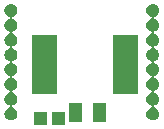
<source format=gbr>
G04 #@! TF.GenerationSoftware,KiCad,Pcbnew,(5.0.0)*
G04 #@! TF.CreationDate,2019-03-20T16:31:39+03:00*
G04 #@! TF.ProjectId,564__1__DG409L,3536341A1F31125F44473430394C2E6B,rev?*
G04 #@! TF.SameCoordinates,Original*
G04 #@! TF.FileFunction,Soldermask,Top*
G04 #@! TF.FilePolarity,Negative*
%FSLAX46Y46*%
G04 Gerber Fmt 4.6, Leading zero omitted, Abs format (unit mm)*
G04 Created by KiCad (PCBNEW (5.0.0)) date 03/20/19 16:31:39*
%MOMM*%
%LPD*%
G01*
G04 APERTURE LIST*
%ADD10C,0.100000*%
G04 APERTURE END LIST*
D10*
G36*
X140050000Y-99050000D02*
X138950000Y-99050000D01*
X138950000Y-97950000D01*
X140050000Y-97950000D01*
X140050000Y-99050000D01*
X140050000Y-99050000D01*
G37*
G36*
X141550000Y-99050000D02*
X140450000Y-99050000D01*
X140450000Y-97950000D01*
X141550000Y-97950000D01*
X141550000Y-99050000D01*
X141550000Y-99050000D01*
G37*
G36*
X145050000Y-98800000D02*
X143950000Y-98800000D01*
X143950000Y-97200000D01*
X145050000Y-97200000D01*
X145050000Y-98800000D01*
X145050000Y-98800000D01*
G37*
G36*
X143050000Y-98800000D02*
X141950000Y-98800000D01*
X141950000Y-97200000D01*
X143050000Y-97200000D01*
X143050000Y-98800000D01*
X143050000Y-98800000D01*
G37*
G36*
X137160429Y-88781137D02*
X137260523Y-88822598D01*
X137350604Y-88882788D01*
X137427213Y-88959397D01*
X137487403Y-89049478D01*
X137528864Y-89149572D01*
X137550000Y-89255831D01*
X137550000Y-89364171D01*
X137528864Y-89470430D01*
X137487403Y-89570524D01*
X137427213Y-89660605D01*
X137350604Y-89737214D01*
X137260523Y-89797404D01*
X137160429Y-89838865D01*
X137160427Y-89838865D01*
X137151380Y-89842613D01*
X137134091Y-89851854D01*
X137118938Y-89864291D01*
X137106502Y-89879445D01*
X137097261Y-89896733D01*
X137091570Y-89915493D01*
X137089649Y-89935002D01*
X137091571Y-89954511D01*
X137097261Y-89973270D01*
X137106502Y-89990559D01*
X137118939Y-90005712D01*
X137134093Y-90018148D01*
X137151380Y-90027389D01*
X137160427Y-90031137D01*
X137160429Y-90031137D01*
X137260523Y-90072598D01*
X137350604Y-90132788D01*
X137427213Y-90209397D01*
X137487403Y-90299478D01*
X137528864Y-90399572D01*
X137550000Y-90505831D01*
X137550000Y-90614171D01*
X137528864Y-90720430D01*
X137487403Y-90820524D01*
X137427213Y-90910605D01*
X137350604Y-90987214D01*
X137260523Y-91047404D01*
X137160429Y-91088865D01*
X137160427Y-91088865D01*
X137151380Y-91092613D01*
X137134091Y-91101854D01*
X137118938Y-91114291D01*
X137106502Y-91129445D01*
X137097261Y-91146733D01*
X137091570Y-91165493D01*
X137089649Y-91185002D01*
X137091571Y-91204511D01*
X137097261Y-91223270D01*
X137106502Y-91240559D01*
X137118939Y-91255712D01*
X137134093Y-91268148D01*
X137151380Y-91277389D01*
X137160427Y-91281137D01*
X137160429Y-91281137D01*
X137260523Y-91322598D01*
X137350604Y-91382788D01*
X137427213Y-91459397D01*
X137487403Y-91549478D01*
X137528864Y-91649572D01*
X137550000Y-91755831D01*
X137550000Y-91864171D01*
X137528864Y-91970430D01*
X137487403Y-92070524D01*
X137427213Y-92160605D01*
X137350604Y-92237214D01*
X137260523Y-92297404D01*
X137160429Y-92338865D01*
X137160427Y-92338865D01*
X137151380Y-92342613D01*
X137134091Y-92351854D01*
X137118938Y-92364291D01*
X137106502Y-92379445D01*
X137097261Y-92396733D01*
X137091570Y-92415493D01*
X137089649Y-92435002D01*
X137091571Y-92454511D01*
X137097261Y-92473270D01*
X137106502Y-92490559D01*
X137118939Y-92505712D01*
X137134093Y-92518148D01*
X137151380Y-92527389D01*
X137160427Y-92531137D01*
X137160429Y-92531137D01*
X137260523Y-92572598D01*
X137350604Y-92632788D01*
X137427213Y-92709397D01*
X137487403Y-92799478D01*
X137528864Y-92899572D01*
X137550000Y-93005831D01*
X137550000Y-93114171D01*
X137528864Y-93220430D01*
X137487403Y-93320524D01*
X137427213Y-93410605D01*
X137350604Y-93487214D01*
X137260523Y-93547404D01*
X137160429Y-93588865D01*
X137160427Y-93588865D01*
X137151380Y-93592613D01*
X137134091Y-93601854D01*
X137118938Y-93614291D01*
X137106502Y-93629445D01*
X137097261Y-93646733D01*
X137091570Y-93665493D01*
X137089649Y-93685002D01*
X137091571Y-93704511D01*
X137097261Y-93723270D01*
X137106502Y-93740559D01*
X137118939Y-93755712D01*
X137134093Y-93768148D01*
X137151380Y-93777389D01*
X137160427Y-93781137D01*
X137160429Y-93781137D01*
X137260523Y-93822598D01*
X137350604Y-93882788D01*
X137427213Y-93959397D01*
X137487403Y-94049478D01*
X137528864Y-94149572D01*
X137550000Y-94255831D01*
X137550000Y-94364171D01*
X137528864Y-94470430D01*
X137487403Y-94570524D01*
X137427213Y-94660605D01*
X137350604Y-94737214D01*
X137260523Y-94797404D01*
X137160429Y-94838865D01*
X137160427Y-94838865D01*
X137151380Y-94842613D01*
X137134091Y-94851854D01*
X137118938Y-94864291D01*
X137106502Y-94879445D01*
X137097261Y-94896733D01*
X137091570Y-94915493D01*
X137089649Y-94935002D01*
X137091571Y-94954511D01*
X137097261Y-94973270D01*
X137106502Y-94990559D01*
X137118939Y-95005712D01*
X137134093Y-95018148D01*
X137151380Y-95027389D01*
X137160427Y-95031137D01*
X137160429Y-95031137D01*
X137260523Y-95072598D01*
X137350604Y-95132788D01*
X137427213Y-95209397D01*
X137487403Y-95299478D01*
X137528864Y-95399572D01*
X137550000Y-95505831D01*
X137550000Y-95614171D01*
X137528864Y-95720430D01*
X137487403Y-95820524D01*
X137427213Y-95910605D01*
X137350604Y-95987214D01*
X137260523Y-96047404D01*
X137160429Y-96088865D01*
X137160427Y-96088865D01*
X137151380Y-96092613D01*
X137134091Y-96101854D01*
X137118938Y-96114291D01*
X137106502Y-96129445D01*
X137097261Y-96146733D01*
X137091570Y-96165493D01*
X137089649Y-96185002D01*
X137091571Y-96204511D01*
X137097261Y-96223270D01*
X137106502Y-96240559D01*
X137118939Y-96255712D01*
X137134093Y-96268148D01*
X137151380Y-96277389D01*
X137160427Y-96281137D01*
X137160429Y-96281137D01*
X137260523Y-96322598D01*
X137350604Y-96382788D01*
X137427213Y-96459397D01*
X137487403Y-96549478D01*
X137528864Y-96649572D01*
X137550000Y-96755831D01*
X137550000Y-96864171D01*
X137528864Y-96970430D01*
X137487403Y-97070524D01*
X137427213Y-97160605D01*
X137350604Y-97237214D01*
X137260523Y-97297404D01*
X137160429Y-97338865D01*
X137160427Y-97338865D01*
X137151380Y-97342613D01*
X137134091Y-97351854D01*
X137118938Y-97364291D01*
X137106502Y-97379445D01*
X137097261Y-97396733D01*
X137091570Y-97415493D01*
X137089649Y-97435002D01*
X137091571Y-97454511D01*
X137097261Y-97473270D01*
X137106502Y-97490559D01*
X137118939Y-97505712D01*
X137134093Y-97518148D01*
X137151380Y-97527389D01*
X137160427Y-97531137D01*
X137160429Y-97531137D01*
X137260523Y-97572598D01*
X137350604Y-97632788D01*
X137427213Y-97709397D01*
X137487403Y-97799478D01*
X137528864Y-97899572D01*
X137550000Y-98005831D01*
X137550000Y-98114171D01*
X137528864Y-98220430D01*
X137487403Y-98320524D01*
X137427213Y-98410605D01*
X137350604Y-98487214D01*
X137260523Y-98547404D01*
X137160429Y-98588865D01*
X137054170Y-98610001D01*
X136945830Y-98610001D01*
X136839571Y-98588865D01*
X136739477Y-98547404D01*
X136649396Y-98487214D01*
X136572787Y-98410605D01*
X136512597Y-98320524D01*
X136471136Y-98220430D01*
X136450000Y-98114171D01*
X136450000Y-98005831D01*
X136471136Y-97899572D01*
X136512597Y-97799478D01*
X136572787Y-97709397D01*
X136649396Y-97632788D01*
X136739477Y-97572598D01*
X136839571Y-97531137D01*
X136839573Y-97531137D01*
X136848620Y-97527389D01*
X136865909Y-97518148D01*
X136881062Y-97505711D01*
X136893498Y-97490557D01*
X136902739Y-97473269D01*
X136908430Y-97454509D01*
X136910351Y-97435000D01*
X136908429Y-97415491D01*
X136902739Y-97396732D01*
X136893498Y-97379443D01*
X136881061Y-97364290D01*
X136865907Y-97351854D01*
X136848620Y-97342613D01*
X136839573Y-97338865D01*
X136839571Y-97338865D01*
X136739477Y-97297404D01*
X136649396Y-97237214D01*
X136572787Y-97160605D01*
X136512597Y-97070524D01*
X136471136Y-96970430D01*
X136450000Y-96864171D01*
X136450000Y-96755831D01*
X136471136Y-96649572D01*
X136512597Y-96549478D01*
X136572787Y-96459397D01*
X136649396Y-96382788D01*
X136739477Y-96322598D01*
X136839571Y-96281137D01*
X136839573Y-96281137D01*
X136848620Y-96277389D01*
X136865909Y-96268148D01*
X136881062Y-96255711D01*
X136893498Y-96240557D01*
X136902739Y-96223269D01*
X136908430Y-96204509D01*
X136910351Y-96185000D01*
X136908429Y-96165491D01*
X136902739Y-96146732D01*
X136893498Y-96129443D01*
X136881061Y-96114290D01*
X136865907Y-96101854D01*
X136848620Y-96092613D01*
X136839573Y-96088865D01*
X136839571Y-96088865D01*
X136739477Y-96047404D01*
X136649396Y-95987214D01*
X136572787Y-95910605D01*
X136512597Y-95820524D01*
X136471136Y-95720430D01*
X136450000Y-95614171D01*
X136450000Y-95505831D01*
X136471136Y-95399572D01*
X136512597Y-95299478D01*
X136572787Y-95209397D01*
X136649396Y-95132788D01*
X136739477Y-95072598D01*
X136839571Y-95031137D01*
X136839573Y-95031137D01*
X136848620Y-95027389D01*
X136865909Y-95018148D01*
X136881062Y-95005711D01*
X136893498Y-94990557D01*
X136902739Y-94973269D01*
X136908430Y-94954509D01*
X136910351Y-94935000D01*
X136908429Y-94915491D01*
X136902739Y-94896732D01*
X136893498Y-94879443D01*
X136881061Y-94864290D01*
X136865907Y-94851854D01*
X136848620Y-94842613D01*
X136839573Y-94838865D01*
X136839571Y-94838865D01*
X136739477Y-94797404D01*
X136649396Y-94737214D01*
X136572787Y-94660605D01*
X136512597Y-94570524D01*
X136471136Y-94470430D01*
X136450000Y-94364171D01*
X136450000Y-94255831D01*
X136471136Y-94149572D01*
X136512597Y-94049478D01*
X136572787Y-93959397D01*
X136649396Y-93882788D01*
X136739477Y-93822598D01*
X136839571Y-93781137D01*
X136839573Y-93781137D01*
X136848620Y-93777389D01*
X136865909Y-93768148D01*
X136881062Y-93755711D01*
X136893498Y-93740557D01*
X136902739Y-93723269D01*
X136908430Y-93704509D01*
X136910351Y-93685000D01*
X136908429Y-93665491D01*
X136902739Y-93646732D01*
X136893498Y-93629443D01*
X136881061Y-93614290D01*
X136865907Y-93601854D01*
X136848620Y-93592613D01*
X136839573Y-93588865D01*
X136839571Y-93588865D01*
X136739477Y-93547404D01*
X136649396Y-93487214D01*
X136572787Y-93410605D01*
X136512597Y-93320524D01*
X136471136Y-93220430D01*
X136450000Y-93114171D01*
X136450000Y-93005831D01*
X136471136Y-92899572D01*
X136512597Y-92799478D01*
X136572787Y-92709397D01*
X136649396Y-92632788D01*
X136739477Y-92572598D01*
X136839571Y-92531137D01*
X136839573Y-92531137D01*
X136848620Y-92527389D01*
X136865909Y-92518148D01*
X136881062Y-92505711D01*
X136893498Y-92490557D01*
X136902739Y-92473269D01*
X136908430Y-92454509D01*
X136910351Y-92435000D01*
X136908429Y-92415491D01*
X136902739Y-92396732D01*
X136893498Y-92379443D01*
X136881061Y-92364290D01*
X136865907Y-92351854D01*
X136848620Y-92342613D01*
X136839573Y-92338865D01*
X136839571Y-92338865D01*
X136739477Y-92297404D01*
X136649396Y-92237214D01*
X136572787Y-92160605D01*
X136512597Y-92070524D01*
X136471136Y-91970430D01*
X136450000Y-91864171D01*
X136450000Y-91755831D01*
X136471136Y-91649572D01*
X136512597Y-91549478D01*
X136572787Y-91459397D01*
X136649396Y-91382788D01*
X136739477Y-91322598D01*
X136839571Y-91281137D01*
X136839573Y-91281137D01*
X136848620Y-91277389D01*
X136865909Y-91268148D01*
X136881062Y-91255711D01*
X136893498Y-91240557D01*
X136902739Y-91223269D01*
X136908430Y-91204509D01*
X136910351Y-91185000D01*
X136908429Y-91165491D01*
X136902739Y-91146732D01*
X136893498Y-91129443D01*
X136881061Y-91114290D01*
X136865907Y-91101854D01*
X136848620Y-91092613D01*
X136839573Y-91088865D01*
X136839571Y-91088865D01*
X136739477Y-91047404D01*
X136649396Y-90987214D01*
X136572787Y-90910605D01*
X136512597Y-90820524D01*
X136471136Y-90720430D01*
X136450000Y-90614171D01*
X136450000Y-90505831D01*
X136471136Y-90399572D01*
X136512597Y-90299478D01*
X136572787Y-90209397D01*
X136649396Y-90132788D01*
X136739477Y-90072598D01*
X136839571Y-90031137D01*
X136839573Y-90031137D01*
X136848620Y-90027389D01*
X136865909Y-90018148D01*
X136881062Y-90005711D01*
X136893498Y-89990557D01*
X136902739Y-89973269D01*
X136908430Y-89954509D01*
X136910351Y-89935000D01*
X136908429Y-89915491D01*
X136902739Y-89896732D01*
X136893498Y-89879443D01*
X136881061Y-89864290D01*
X136865907Y-89851854D01*
X136848620Y-89842613D01*
X136839573Y-89838865D01*
X136839571Y-89838865D01*
X136739477Y-89797404D01*
X136649396Y-89737214D01*
X136572787Y-89660605D01*
X136512597Y-89570524D01*
X136471136Y-89470430D01*
X136450000Y-89364171D01*
X136450000Y-89255831D01*
X136471136Y-89149572D01*
X136512597Y-89049478D01*
X136572787Y-88959397D01*
X136649396Y-88882788D01*
X136739477Y-88822598D01*
X136839571Y-88781137D01*
X136945830Y-88760001D01*
X137054170Y-88760001D01*
X137160429Y-88781137D01*
X137160429Y-88781137D01*
G37*
G36*
X149160429Y-88781137D02*
X149260523Y-88822598D01*
X149350604Y-88882788D01*
X149427213Y-88959397D01*
X149487403Y-89049478D01*
X149528864Y-89149572D01*
X149550000Y-89255831D01*
X149550000Y-89364171D01*
X149528864Y-89470430D01*
X149487403Y-89570524D01*
X149427213Y-89660605D01*
X149350604Y-89737214D01*
X149260523Y-89797404D01*
X149160429Y-89838865D01*
X149160427Y-89838865D01*
X149151380Y-89842613D01*
X149134091Y-89851854D01*
X149118938Y-89864291D01*
X149106502Y-89879445D01*
X149097261Y-89896733D01*
X149091570Y-89915493D01*
X149089649Y-89935002D01*
X149091571Y-89954511D01*
X149097261Y-89973270D01*
X149106502Y-89990559D01*
X149118939Y-90005712D01*
X149134093Y-90018148D01*
X149151380Y-90027389D01*
X149160427Y-90031137D01*
X149160429Y-90031137D01*
X149260523Y-90072598D01*
X149350604Y-90132788D01*
X149427213Y-90209397D01*
X149487403Y-90299478D01*
X149528864Y-90399572D01*
X149550000Y-90505831D01*
X149550000Y-90614171D01*
X149528864Y-90720430D01*
X149487403Y-90820524D01*
X149427213Y-90910605D01*
X149350604Y-90987214D01*
X149260523Y-91047404D01*
X149160429Y-91088865D01*
X149160427Y-91088865D01*
X149151380Y-91092613D01*
X149134091Y-91101854D01*
X149118938Y-91114291D01*
X149106502Y-91129445D01*
X149097261Y-91146733D01*
X149091570Y-91165493D01*
X149089649Y-91185002D01*
X149091571Y-91204511D01*
X149097261Y-91223270D01*
X149106502Y-91240559D01*
X149118939Y-91255712D01*
X149134093Y-91268148D01*
X149151380Y-91277389D01*
X149160427Y-91281137D01*
X149160429Y-91281137D01*
X149260523Y-91322598D01*
X149350604Y-91382788D01*
X149427213Y-91459397D01*
X149487403Y-91549478D01*
X149528864Y-91649572D01*
X149550000Y-91755831D01*
X149550000Y-91864171D01*
X149528864Y-91970430D01*
X149487403Y-92070524D01*
X149427213Y-92160605D01*
X149350604Y-92237214D01*
X149260523Y-92297404D01*
X149160429Y-92338865D01*
X149160427Y-92338865D01*
X149151380Y-92342613D01*
X149134091Y-92351854D01*
X149118938Y-92364291D01*
X149106502Y-92379445D01*
X149097261Y-92396733D01*
X149091570Y-92415493D01*
X149089649Y-92435002D01*
X149091571Y-92454511D01*
X149097261Y-92473270D01*
X149106502Y-92490559D01*
X149118939Y-92505712D01*
X149134093Y-92518148D01*
X149151380Y-92527389D01*
X149160427Y-92531137D01*
X149160429Y-92531137D01*
X149260523Y-92572598D01*
X149350604Y-92632788D01*
X149427213Y-92709397D01*
X149487403Y-92799478D01*
X149528864Y-92899572D01*
X149550000Y-93005831D01*
X149550000Y-93114171D01*
X149528864Y-93220430D01*
X149487403Y-93320524D01*
X149427213Y-93410605D01*
X149350604Y-93487214D01*
X149260523Y-93547404D01*
X149160429Y-93588865D01*
X149160427Y-93588865D01*
X149151380Y-93592613D01*
X149134091Y-93601854D01*
X149118938Y-93614291D01*
X149106502Y-93629445D01*
X149097261Y-93646733D01*
X149091570Y-93665493D01*
X149089649Y-93685002D01*
X149091571Y-93704511D01*
X149097261Y-93723270D01*
X149106502Y-93740559D01*
X149118939Y-93755712D01*
X149134093Y-93768148D01*
X149151380Y-93777389D01*
X149160427Y-93781137D01*
X149160429Y-93781137D01*
X149260523Y-93822598D01*
X149350604Y-93882788D01*
X149427213Y-93959397D01*
X149487403Y-94049478D01*
X149528864Y-94149572D01*
X149550000Y-94255831D01*
X149550000Y-94364171D01*
X149528864Y-94470430D01*
X149487403Y-94570524D01*
X149427213Y-94660605D01*
X149350604Y-94737214D01*
X149260523Y-94797404D01*
X149160429Y-94838865D01*
X149160427Y-94838865D01*
X149151380Y-94842613D01*
X149134091Y-94851854D01*
X149118938Y-94864291D01*
X149106502Y-94879445D01*
X149097261Y-94896733D01*
X149091570Y-94915493D01*
X149089649Y-94935002D01*
X149091571Y-94954511D01*
X149097261Y-94973270D01*
X149106502Y-94990559D01*
X149118939Y-95005712D01*
X149134093Y-95018148D01*
X149151380Y-95027389D01*
X149160427Y-95031137D01*
X149160429Y-95031137D01*
X149260523Y-95072598D01*
X149350604Y-95132788D01*
X149427213Y-95209397D01*
X149487403Y-95299478D01*
X149528864Y-95399572D01*
X149550000Y-95505831D01*
X149550000Y-95614171D01*
X149528864Y-95720430D01*
X149487403Y-95820524D01*
X149427213Y-95910605D01*
X149350604Y-95987214D01*
X149260523Y-96047404D01*
X149160429Y-96088865D01*
X149160427Y-96088865D01*
X149151380Y-96092613D01*
X149134091Y-96101854D01*
X149118938Y-96114291D01*
X149106502Y-96129445D01*
X149097261Y-96146733D01*
X149091570Y-96165493D01*
X149089649Y-96185002D01*
X149091571Y-96204511D01*
X149097261Y-96223270D01*
X149106502Y-96240559D01*
X149118939Y-96255712D01*
X149134093Y-96268148D01*
X149151380Y-96277389D01*
X149160427Y-96281137D01*
X149160429Y-96281137D01*
X149260523Y-96322598D01*
X149350604Y-96382788D01*
X149427213Y-96459397D01*
X149487403Y-96549478D01*
X149528864Y-96649572D01*
X149550000Y-96755831D01*
X149550000Y-96864171D01*
X149528864Y-96970430D01*
X149487403Y-97070524D01*
X149427213Y-97160605D01*
X149350604Y-97237214D01*
X149260523Y-97297404D01*
X149160429Y-97338865D01*
X149160427Y-97338865D01*
X149151380Y-97342613D01*
X149134091Y-97351854D01*
X149118938Y-97364291D01*
X149106502Y-97379445D01*
X149097261Y-97396733D01*
X149091570Y-97415493D01*
X149089649Y-97435002D01*
X149091571Y-97454511D01*
X149097261Y-97473270D01*
X149106502Y-97490559D01*
X149118939Y-97505712D01*
X149134093Y-97518148D01*
X149151380Y-97527389D01*
X149160427Y-97531137D01*
X149160429Y-97531137D01*
X149260523Y-97572598D01*
X149350604Y-97632788D01*
X149427213Y-97709397D01*
X149487403Y-97799478D01*
X149528864Y-97899572D01*
X149550000Y-98005831D01*
X149550000Y-98114171D01*
X149528864Y-98220430D01*
X149487403Y-98320524D01*
X149427213Y-98410605D01*
X149350604Y-98487214D01*
X149260523Y-98547404D01*
X149160429Y-98588865D01*
X149054170Y-98610001D01*
X148945830Y-98610001D01*
X148839571Y-98588865D01*
X148739477Y-98547404D01*
X148649396Y-98487214D01*
X148572787Y-98410605D01*
X148512597Y-98320524D01*
X148471136Y-98220430D01*
X148450000Y-98114171D01*
X148450000Y-98005831D01*
X148471136Y-97899572D01*
X148512597Y-97799478D01*
X148572787Y-97709397D01*
X148649396Y-97632788D01*
X148739477Y-97572598D01*
X148839571Y-97531137D01*
X148839573Y-97531137D01*
X148848620Y-97527389D01*
X148865909Y-97518148D01*
X148881062Y-97505711D01*
X148893498Y-97490557D01*
X148902739Y-97473269D01*
X148908430Y-97454509D01*
X148910351Y-97435000D01*
X148908429Y-97415491D01*
X148902739Y-97396732D01*
X148893498Y-97379443D01*
X148881061Y-97364290D01*
X148865907Y-97351854D01*
X148848620Y-97342613D01*
X148839573Y-97338865D01*
X148839571Y-97338865D01*
X148739477Y-97297404D01*
X148649396Y-97237214D01*
X148572787Y-97160605D01*
X148512597Y-97070524D01*
X148471136Y-96970430D01*
X148450000Y-96864171D01*
X148450000Y-96755831D01*
X148471136Y-96649572D01*
X148512597Y-96549478D01*
X148572787Y-96459397D01*
X148649396Y-96382788D01*
X148739477Y-96322598D01*
X148839571Y-96281137D01*
X148839573Y-96281137D01*
X148848620Y-96277389D01*
X148865909Y-96268148D01*
X148881062Y-96255711D01*
X148893498Y-96240557D01*
X148902739Y-96223269D01*
X148908430Y-96204509D01*
X148910351Y-96185000D01*
X148908429Y-96165491D01*
X148902739Y-96146732D01*
X148893498Y-96129443D01*
X148881061Y-96114290D01*
X148865907Y-96101854D01*
X148848620Y-96092613D01*
X148839573Y-96088865D01*
X148839571Y-96088865D01*
X148739477Y-96047404D01*
X148649396Y-95987214D01*
X148572787Y-95910605D01*
X148512597Y-95820524D01*
X148471136Y-95720430D01*
X148450000Y-95614171D01*
X148450000Y-95505831D01*
X148471136Y-95399572D01*
X148512597Y-95299478D01*
X148572787Y-95209397D01*
X148649396Y-95132788D01*
X148739477Y-95072598D01*
X148839571Y-95031137D01*
X148839573Y-95031137D01*
X148848620Y-95027389D01*
X148865909Y-95018148D01*
X148881062Y-95005711D01*
X148893498Y-94990557D01*
X148902739Y-94973269D01*
X148908430Y-94954509D01*
X148910351Y-94935000D01*
X148908429Y-94915491D01*
X148902739Y-94896732D01*
X148893498Y-94879443D01*
X148881061Y-94864290D01*
X148865907Y-94851854D01*
X148848620Y-94842613D01*
X148839573Y-94838865D01*
X148839571Y-94838865D01*
X148739477Y-94797404D01*
X148649396Y-94737214D01*
X148572787Y-94660605D01*
X148512597Y-94570524D01*
X148471136Y-94470430D01*
X148450000Y-94364171D01*
X148450000Y-94255831D01*
X148471136Y-94149572D01*
X148512597Y-94049478D01*
X148572787Y-93959397D01*
X148649396Y-93882788D01*
X148739477Y-93822598D01*
X148839571Y-93781137D01*
X148839573Y-93781137D01*
X148848620Y-93777389D01*
X148865909Y-93768148D01*
X148881062Y-93755711D01*
X148893498Y-93740557D01*
X148902739Y-93723269D01*
X148908430Y-93704509D01*
X148910351Y-93685000D01*
X148908429Y-93665491D01*
X148902739Y-93646732D01*
X148893498Y-93629443D01*
X148881061Y-93614290D01*
X148865907Y-93601854D01*
X148848620Y-93592613D01*
X148839573Y-93588865D01*
X148839571Y-93588865D01*
X148739477Y-93547404D01*
X148649396Y-93487214D01*
X148572787Y-93410605D01*
X148512597Y-93320524D01*
X148471136Y-93220430D01*
X148450000Y-93114171D01*
X148450000Y-93005831D01*
X148471136Y-92899572D01*
X148512597Y-92799478D01*
X148572787Y-92709397D01*
X148649396Y-92632788D01*
X148739477Y-92572598D01*
X148839571Y-92531137D01*
X148839573Y-92531137D01*
X148848620Y-92527389D01*
X148865909Y-92518148D01*
X148881062Y-92505711D01*
X148893498Y-92490557D01*
X148902739Y-92473269D01*
X148908430Y-92454509D01*
X148910351Y-92435000D01*
X148908429Y-92415491D01*
X148902739Y-92396732D01*
X148893498Y-92379443D01*
X148881061Y-92364290D01*
X148865907Y-92351854D01*
X148848620Y-92342613D01*
X148839573Y-92338865D01*
X148839571Y-92338865D01*
X148739477Y-92297404D01*
X148649396Y-92237214D01*
X148572787Y-92160605D01*
X148512597Y-92070524D01*
X148471136Y-91970430D01*
X148450000Y-91864171D01*
X148450000Y-91755831D01*
X148471136Y-91649572D01*
X148512597Y-91549478D01*
X148572787Y-91459397D01*
X148649396Y-91382788D01*
X148739477Y-91322598D01*
X148839571Y-91281137D01*
X148839573Y-91281137D01*
X148848620Y-91277389D01*
X148865909Y-91268148D01*
X148881062Y-91255711D01*
X148893498Y-91240557D01*
X148902739Y-91223269D01*
X148908430Y-91204509D01*
X148910351Y-91185000D01*
X148908429Y-91165491D01*
X148902739Y-91146732D01*
X148893498Y-91129443D01*
X148881061Y-91114290D01*
X148865907Y-91101854D01*
X148848620Y-91092613D01*
X148839573Y-91088865D01*
X148839571Y-91088865D01*
X148739477Y-91047404D01*
X148649396Y-90987214D01*
X148572787Y-90910605D01*
X148512597Y-90820524D01*
X148471136Y-90720430D01*
X148450000Y-90614171D01*
X148450000Y-90505831D01*
X148471136Y-90399572D01*
X148512597Y-90299478D01*
X148572787Y-90209397D01*
X148649396Y-90132788D01*
X148739477Y-90072598D01*
X148839571Y-90031137D01*
X148839573Y-90031137D01*
X148848620Y-90027389D01*
X148865909Y-90018148D01*
X148881062Y-90005711D01*
X148893498Y-89990557D01*
X148902739Y-89973269D01*
X148908430Y-89954509D01*
X148910351Y-89935000D01*
X148908429Y-89915491D01*
X148902739Y-89896732D01*
X148893498Y-89879443D01*
X148881061Y-89864290D01*
X148865907Y-89851854D01*
X148848620Y-89842613D01*
X148839573Y-89838865D01*
X148839571Y-89838865D01*
X148739477Y-89797404D01*
X148649396Y-89737214D01*
X148572787Y-89660605D01*
X148512597Y-89570524D01*
X148471136Y-89470430D01*
X148450000Y-89364171D01*
X148450000Y-89255831D01*
X148471136Y-89149572D01*
X148512597Y-89049478D01*
X148572787Y-88959397D01*
X148649396Y-88882788D01*
X148739477Y-88822598D01*
X148839571Y-88781137D01*
X148945830Y-88760001D01*
X149054170Y-88760001D01*
X149160429Y-88781137D01*
X149160429Y-88781137D01*
G37*
G36*
X147720000Y-96365000D02*
X145620000Y-96365000D01*
X145620000Y-91365000D01*
X147720000Y-91365000D01*
X147720000Y-96365000D01*
X147720000Y-96365000D01*
G37*
G36*
X140920000Y-96365000D02*
X138820000Y-96365000D01*
X138820000Y-91365000D01*
X140920000Y-91365000D01*
X140920000Y-96365000D01*
X140920000Y-96365000D01*
G37*
M02*

</source>
